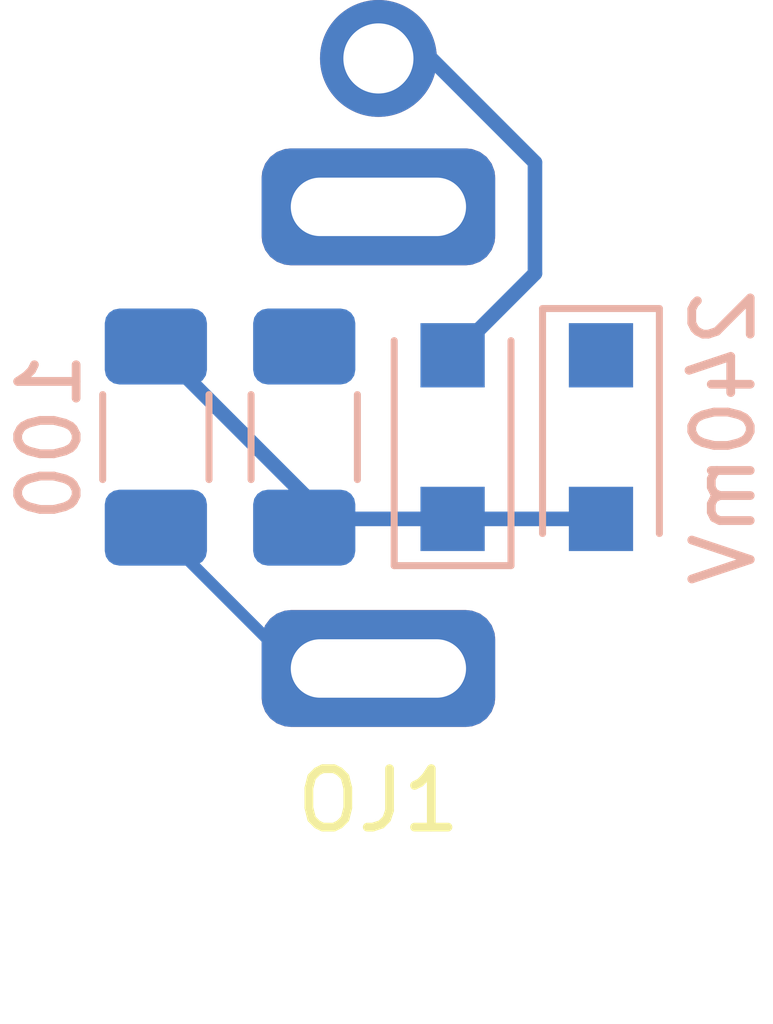
<source format=kicad_pcb>
(kicad_pcb (version 20211014) (generator pcbnew)
  (layers (0 "F.Cu" signal) (31 "B.Cu" signal) (34 "B.Paste" user) (35 "F.Paste" user) (36 "B.SilkS" user "B.Silkscreen") (37 "F.SilkS" user "F.Silkscreen") (38 "B.Mask" user) (39 "F.Mask" user) (44 "Edge.Cuts" user))
  (net 0 "")
  (footprint "Perfboard:3.5mm Jack Perfboard" (layer "F.Cu") (at 96.52 88.9)
    (fp_text reference "OJ1" (at 0 7.62 unlocked) (layer "F.SilkS"))
    (fp_text value "Input")
    (pad "G" thru_hole circle (at 0 -5.08) (size 2 2) (drill 1.2) (layers *.Cu *.Mask))
    (pad "S" thru_hole roundrect (at 0 -2.54) (size 4 2) (drill oval 3 1) (layers *.Cu *.Mask))
    (pad "T" thru_hole roundrect (at 0 5.36) (size 4 2) (drill oval 3 1) (layers *.Cu *.Mask))
  )
  (footprint "Diode_SMD:D_SOD-123F" (layer "B.Cu") (at 100.33 90.3 -90)
    (fp_text reference "OD2" hide)
    (fp_text value "240mV" (at 0 -2.1 90) (layer "B.SilkS") (effects (justify mirror)))
    (fp_line (start -2.2 1) (end -2.2 -1) (layer "B.SilkS") (width 0.12))
    (fp_line (start -2.2 -1) (end 1.65 -1) (layer "B.SilkS") (width 0.12))
    (fp_line (start -2.2 1) (end 1.65 1) (layer "B.SilkS") (width 0.12))
    (pad "1" smd rect (at -1.4 0 270) (size 1.1 1.1) (layers "B.Cu" "B.Paste" "B.Mask"))
    (pad "2" smd rect (at 1.4 0 270) (size 1.1 1.1) (layers "B.Cu" "B.Paste" "B.Mask"))
  )
  (footprint "Diode_SMD:D_SOD-123F" (layer "B.Cu") (at 97.79 90.3 90)
    (fp_text reference "OD1" hide)
    (fp_text value "240mV" hide)
    (fp_line (start -2.2 -1) (end 1.65 -1) (layer "B.SilkS") (width 0.12))
    (fp_line (start -2.2 1) (end 1.65 1) (layer "B.SilkS") (width 0.12))
    (fp_line (start -2.2 1) (end -2.2 -1) (layer "B.SilkS") (width 0.12))
    (pad "1" smd rect (at -1.4 0 90) (size 1.1 1.1) (layers "B.Cu" "B.Paste" "B.Mask"))
    (pad "2" smd rect (at 1.4 0 90) (size 1.1 1.1) (layers "B.Cu" "B.Paste" "B.Mask"))
  )
  (footprint "Resistor_SMD:R_1206_3216Metric_Pad1.30x1.75mm_HandSolder" (layer "B.Cu") (at 95.25 90.3 90)
    (fp_text reference "OR2" hide)
    (fp_text value "900" hide)
    (fp_line (start -0.727064 -0.91) (end 0.727064 -0.91) (layer "B.SilkS") (width 0.12))
    (fp_line (start -0.727064 0.91) (end 0.727064 0.91) (layer "B.SilkS") (width 0.12))
    (pad "1" smd roundrect (at -1.55 0 90) (size 1.3 1.75) (layers "B.Cu" "B.Paste" "B.Mask") (roundrect_rratio 0.1923076923))
    (pad "2" smd roundrect (at 1.55 0 90) (size 1.3 1.75) (layers "B.Cu" "B.Paste" "B.Mask") (roundrect_rratio 0.1923076923))
  )
  (footprint "Resistor_SMD:R_1206_3216Metric_Pad1.30x1.75mm_HandSolder" (layer "B.Cu") (at 92.71 90.3 90)
    (fp_text reference "OR1" hide)
    (fp_text value "100" (at 0 -1.82 90) (layer "B.SilkS") (effects (justify mirror)))
    (fp_line (start -0.727064 -0.91) (end 0.727064 -0.91) (layer "B.SilkS") (width 0.12))
    (fp_line (start -0.727064 0.91) (end 0.727064 0.91) (layer "B.SilkS") (width 0.12))
    (pad "1" smd roundrect (at -1.55 0 90) (size 1.3 1.75) (layers "B.Cu" "B.Paste" "B.Mask") (roundrect_rratio 0.1923076923))
    (pad "2" smd roundrect (at 1.55 0 90) (size 1.3 1.75) (layers "B.Cu" "B.Paste" "B.Mask") (roundrect_rratio 0.1923076923))
  )
  (segment (start 99.2 87.5) (end 99.2 85.6) (width 0.25) (layer "B.Cu") (net 0))
  (segment (start 97.42 83.82) (end 96.52 83.82) (width 0.25) (layer "B.Cu") (net 0))
  (segment (start 92.71 91.85) (end 95.12 94.26) (width 0.2) (layer "B.Cu") (net 0))
  (segment (start 95.4 91.7) (end 97.79 91.7) (width 0.25) (layer "B.Cu") (net 0))
  (segment (start 95.25 91.85) (end 95.4 91.7) (width 0.25) (layer "B.Cu") (net 0))
  (segment (start 97.79 88.9) (end 97.8 88.9) (width 0.25) (layer "B.Cu") (net 0))
  (segment (start 95.12 94.26) (end 96.52 94.26) (width 0.2) (layer "B.Cu") (net 0))
  (segment (start 92.71 88.75) (end 95.25 91.29) (width 0.25) (layer "B.Cu") (net 0))
  (segment (start 99.2 85.6) (end 97.42 83.82) (width 0.25) (layer "B.Cu") (net 0))
  (segment (start 95.25 91.29) (end 95.25 91.85) (width 0.25) (layer "B.Cu") (net 0))
  (segment (start 97.8 88.9) (end 99.2 87.5) (width 0.25) (layer "B.Cu") (net 0))
  (segment (start 97.79 91.7) (end 100.33 91.7) (width 0.25) (layer "B.Cu") (net 0))
)
</source>
